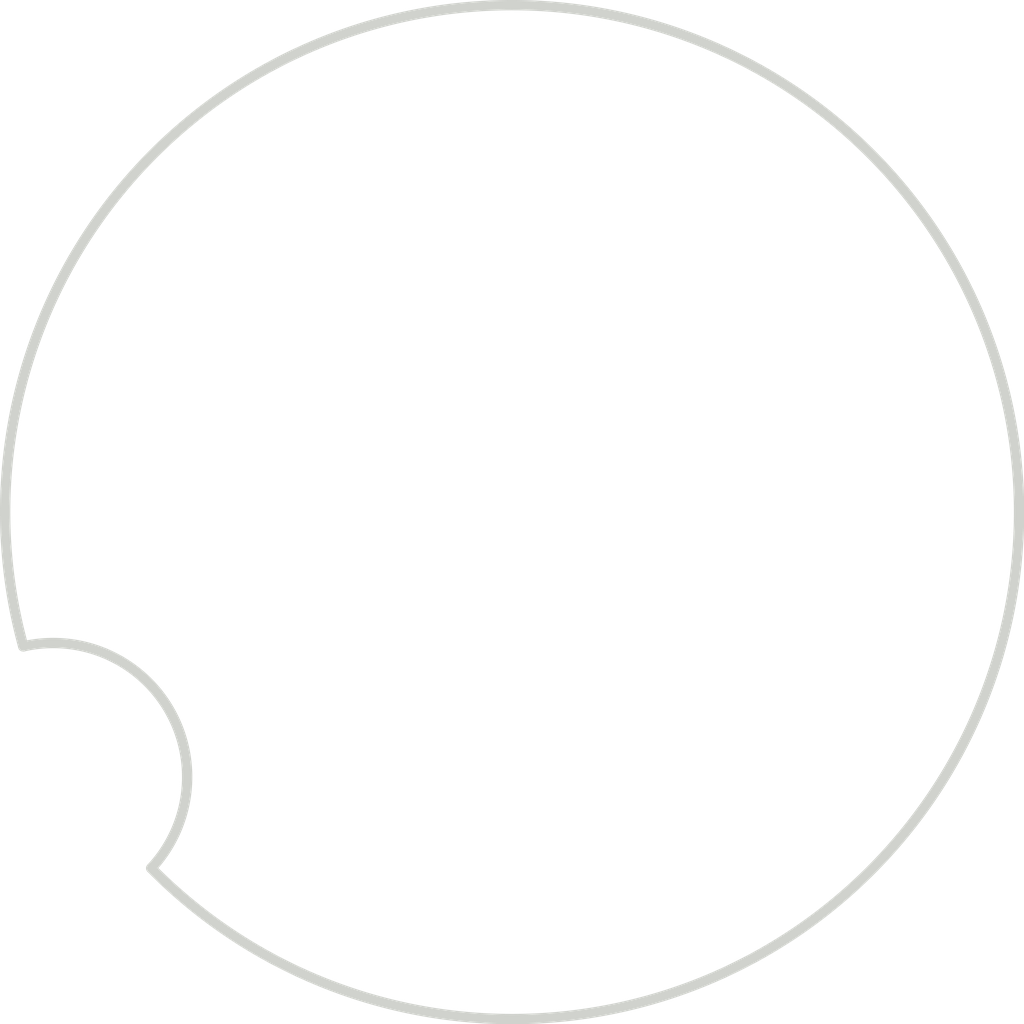
<source format=kicad_pcb>
(kicad_pcb (version 20171130) (host pcbnew "(5.0.2-5-10.14)")

  (general
    (thickness 1.6)
    (drawings 2)
    (tracks 0)
    (zones 0)
    (modules 0)
    (nets 1)
  )

  (page A4)
  (layers
    (0 F.Cu signal)
    (31 B.Cu signal)
    (32 B.Adhes user)
    (33 F.Adhes user)
    (34 B.Paste user)
    (35 F.Paste user)
    (36 B.SilkS user)
    (37 F.SilkS user)
    (38 B.Mask user)
    (39 F.Mask user)
    (40 Dwgs.User user)
    (41 Cmts.User user)
    (42 Eco1.User user)
    (43 Eco2.User user)
    (44 Edge.Cuts user)
    (45 Margin user)
    (46 B.CrtYd user)
    (47 F.CrtYd user)
    (48 B.Fab user)
    (49 F.Fab user)
  )

  (setup
    (last_trace_width 0.25)
    (user_trace_width 0.5)
    (user_trace_width 1.5)
    (user_trace_width 2)
    (trace_clearance 0.2)
    (zone_clearance 0.508)
    (zone_45_only no)
    (trace_min 0.2)
    (segment_width 0.2)
    (edge_width 0.05)
    (via_size 0.8)
    (via_drill 0.4)
    (via_min_size 0.4)
    (via_min_drill 0.3)
    (uvia_size 0.3)
    (uvia_drill 0.1)
    (uvias_allowed no)
    (uvia_min_size 0.2)
    (uvia_min_drill 0.1)
    (pcb_text_width 0.3)
    (pcb_text_size 1.5 1.5)
    (mod_edge_width 0.12)
    (mod_text_size 1 1)
    (mod_text_width 0.15)
    (pad_size 4 4)
    (pad_drill 3)
    (pad_to_mask_clearance 0.051)
    (solder_mask_min_width 0.25)
    (aux_axis_origin 0 0)
    (visible_elements FFFFFF7F)
    (pcbplotparams
      (layerselection 0x010fc_ffffffff)
      (usegerberextensions false)
      (usegerberattributes false)
      (usegerberadvancedattributes false)
      (creategerberjobfile false)
      (excludeedgelayer true)
      (linewidth 0.100000)
      (plotframeref false)
      (viasonmask false)
      (mode 1)
      (useauxorigin false)
      (hpglpennumber 1)
      (hpglpenspeed 20)
      (hpglpendiameter 15.000000)
      (psnegative false)
      (psa4output false)
      (plotreference true)
      (plotvalue true)
      (plotinvisibletext false)
      (padsonsilk false)
      (subtractmaskfromsilk false)
      (outputformat 1)
      (mirror false)
      (drillshape 1)
      (scaleselection 1)
      (outputdirectory ""))
  )

  (net 0 "")

  (net_class Default "This is the default net class."
    (clearance 0.2)
    (trace_width 0.25)
    (via_dia 0.8)
    (via_drill 0.4)
    (uvia_dia 0.3)
    (uvia_drill 0.1)
  )

  (gr_arc (start 139.7 88.9) (end 122.22 106.15) (angle -330.7403035) (layer Edge.Cuts) (width 0.5))
  (gr_arc (start 117.47 101.730001) (end 122.219999 106.150274) (angle -145.8612843) (layer Edge.Cuts) (width 0.5) (tstamp 5CD1B7AF))

)

</source>
